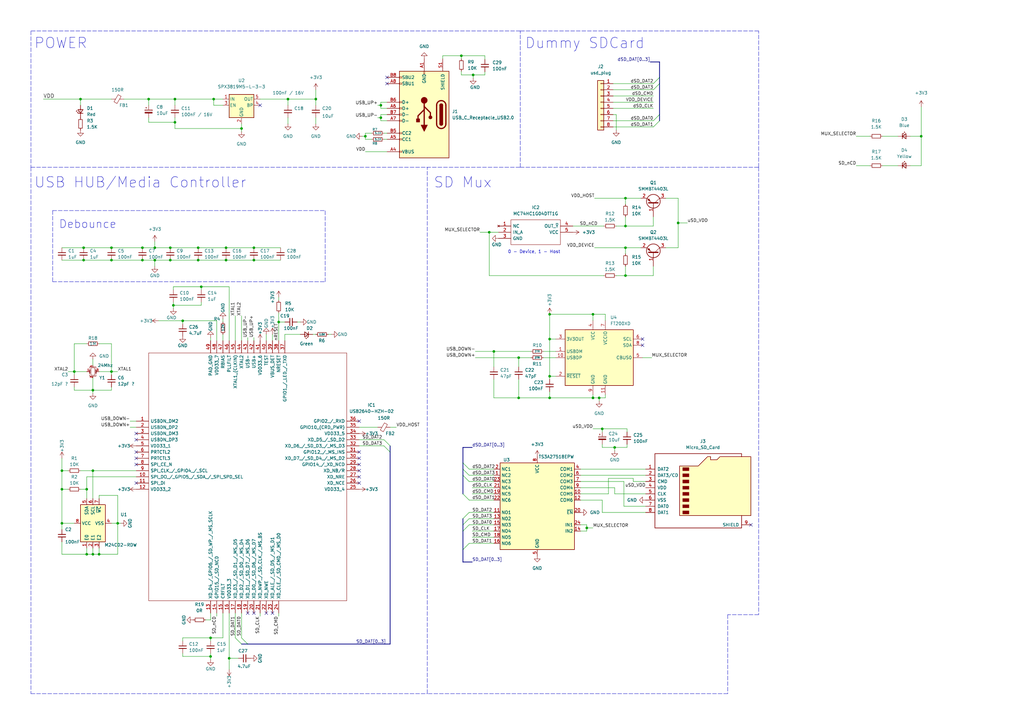
<source format=kicad_sch>
(kicad_sch (version 20211123) (generator eeschema)
  (paper "A3")
  (title_block (title "Badgerd - SDWireC") (date "2023-03-02") (rev "1.2") (company "Badgerd Technologies B.V.") (comment 1 "Talha Can Havadar"))
  (junction (at 256.54 101.6))
  (junction (at 35.56 200.66))
  (junction (at 58.42 106.68))
  (junction (at 225.425 163.195))
  (junction (at 104.14 101.6))
  (junction (at 25.4 200.66))
  (junction (at 30.48 152.4))
  (junction (at 189.23 22.86))
  (junction (at 86.36 261.62))
  (junction (at 81.28 106.68))
  (junction (at 69.85 101.6))
  (junction (at 129.54 40.64))
  (junction (at 243.205 128.905))
  (junction (at 38.1 193.04))
  (junction (at 114.3 132.08))
  (junction (at 225.425 128.905))
  (junction (at 63.5 101.6))
  (junction (at 256.54 81.28))
  (junction (at 240.665 216.535))
  (junction (at 118.11 40.64))
  (junction (at 92.71 101.6))
  (junction (at 25.4 214.63))
  (junction (at 71.755 50.165))
  (junction (at 92.71 106.68))
  (junction (at 245.745 163.195))
  (junction (at 225.425 154.305))
  (junction (at 69.85 106.68))
  (junction (at 256.54 113.03))
  (junction (at 200.66 95.25))
  (junction (at 35.56 227.33))
  (junction (at 45.72 106.68))
  (junction (at 256.54 92.71))
  (junction (at 63.5 106.68))
  (junction (at 99.06 52.705))
  (junction (at 202.565 144.145))
  (junction (at 104.14 106.68))
  (junction (at 45.72 101.6))
  (junction (at 25.4 193.04))
  (junction (at 48.26 214.63))
  (junction (at 81.28 101.6))
  (junction (at 40.64 227.33))
  (junction (at 247.015 175.895))
  (junction (at 194.056 30.734))
  (junction (at 71.12 125.222))
  (junction (at 58.42 101.6))
  (junction (at 278.13 91.44))
  (junction (at 34.29 106.68))
  (junction (at 74.93 131.572))
  (junction (at 38.1 160.02))
  (junction (at 87.63 40.64))
  (junction (at 71.755 40.64))
  (junction (at 243.205 163.195))
  (junction (at 60.96 40.64))
  (junction (at 86.36 269.24))
  (junction (at 34.29 101.6))
  (junction (at 212.725 163.195))
  (junction (at 93.98 270.002))
  (junction (at 45.72 152.4))
  (junction (at 252.095 183.515))
  (junction (at 149.86 55.88))
  (junction (at 156.21 48.26))
  (junction (at 156.21 43.18))
  (junction (at 38.1 227.33))
  (junction (at 225.425 139.065))
  (junction (at 33.02 40.64))
  (junction (at 377.825 55.88))
  (junction (at 82.55 117.602))
  (junction (at 212.725 146.685))
  (no_connect (at 263.525 139.065))
  (no_connect (at 55.88 198.12))
  (no_connect (at 147.32 195.58))
  (no_connect (at 147.32 193.04))
  (no_connect (at 106.68 43.18))
  (no_connect (at 158.75 34.29))
  (no_connect (at 55.88 177.8))
  (no_connect (at 111.76 251.46))
  (no_connect (at 55.88 180.34))
  (no_connect (at 147.32 198.12))
  (no_connect (at 109.22 251.46))
  (no_connect (at 307.975 215.265))
  (no_connect (at 55.88 190.5))
  (no_connect (at 147.32 187.96))
  (no_connect (at 55.88 185.42))
  (no_connect (at 147.32 190.5))
  (no_connect (at 263.525 141.605))
  (no_connect (at 55.88 187.96))
  (no_connect (at 104.14 251.46))
  (no_connect (at 101.6 251.46))
  (no_connect (at 147.32 185.42))
  (no_connect (at 158.75 31.75))
  (no_connect (at 147.32 172.72))
  (bus_entry (at 189.865 192.405) (size 2.54 2.54))
  (bus_entry (at 267.97 49.53) (size 2.54 -2.54))
  (bus_entry (at 267.97 34.29) (size 2.54 -2.54))
  (bus_entry (at 189.865 189.865) (size 2.54 2.54))
  (bus_entry (at 267.97 36.83) (size 2.54 -2.54))
  (bus_entry (at 189.865 212.725) (size 2.54 -2.54))
  (bus_entry (at 189.865 194.945) (size 2.54 2.54))
  (bus_entry (at 96.52 261.62) (size 2.54 2.54))
  (bus_entry (at 157.48 182.88) (size 2.54 2.54))
  (bus_entry (at 157.48 180.34) (size 2.54 2.54))
  (bus_entry (at 189.865 225.425) (size 2.54 -2.54))
  (bus_entry (at 99.06 261.62) (size 2.54 2.54))
  (bus_entry (at 267.97 52.07) (size 2.54 -2.54))
  (bus_entry (at 189.865 217.805) (size 2.54 -2.54))
  (bus_entry (at 189.865 215.265) (size 2.54 -2.54))
  (bus_entry (at 189.865 202.565) (size 2.54 2.54))
  (wire (pts (xy 81.28 101.6) (xy 92.71 101.6)))
  (polyline (pts (xy 21.59 115.57) (xy 133.35 115.57)))
  (wire (pts (xy 87.63 43.18) (xy 91.44 43.18)))
  (wire (pts (xy 245.745 163.195) (xy 243.205 163.195)))
  (wire (pts (xy 189.23 24.13) (xy 189.23 22.86)))
  (wire (pts (xy 99.06 52.705) (xy 71.755 52.705)))
  (wire (pts (xy 256.54 92.71) (xy 267.97 92.71)))
  (wire (pts (xy 256.54 101.6) (xy 262.89 101.6)))
  (wire (pts (xy 58.42 101.6) (xy 63.5 101.6)))
  (wire (pts (xy 96.52 129.54) (xy 96.52 139.7)))
  (bus (pts (xy 99.06 264.16) (xy 101.6 264.16)))
  (wire (pts (xy 278.13 91.44) (xy 281.94 91.44)))
  (wire (pts (xy 30.48 140.97) (xy 35.56 140.97)))
  (wire (pts (xy 202.565 163.195) (xy 212.725 163.195)))
  (wire (pts (xy 35.56 227.33) (xy 38.1 227.33)))
  (wire (pts (xy 192.405 210.185) (xy 202.565 210.185)))
  (wire (pts (xy 50.8 40.64) (xy 60.96 40.64)))
  (wire (pts (xy 109.22 137.16) (xy 109.22 139.7)))
  (wire (pts (xy 30.48 152.4) (xy 30.48 140.97)))
  (polyline (pts (xy 311.15 68.58) (xy 311.15 12.7)))
  (polyline (pts (xy 311.15 68.58) (xy 311.15 252.095)))
  (wire (pts (xy 71.12 123.952) (xy 71.12 125.222)))
  (polyline (pts (xy 298.45 284.48) (xy 175.26 284.48)))
  (wire (pts (xy 278.13 101.6) (xy 273.05 101.6)))
  (polyline (pts (xy 298.45 252.095) (xy 298.45 284.48)))
  (wire (pts (xy 147.32 175.26) (xy 154.94 175.26)))
  (wire (pts (xy 245.745 163.195) (xy 248.285 163.195)))
  (polyline (pts (xy 133.35 115.57) (xy 133.35 86.36)))
  (wire (pts (xy 251.46 36.83) (xy 267.97 36.83)))
  (wire (pts (xy 86.36 254.254) (xy 86.36 251.46)))
  (wire (pts (xy 247.015 205.105) (xy 247.015 210.185)))
  (bus (pts (xy 101.6 264.16) (xy 160.02 264.16)))
  (wire (pts (xy 255.905 197.485) (xy 255.905 207.645)))
  (wire (pts (xy 35.56 152.4) (xy 30.48 152.4)))
  (wire (pts (xy 30.48 152.4) (xy 30.48 153.67)))
  (wire (pts (xy 63.5 106.68) (xy 63.5 109.22)))
  (wire (pts (xy 55.88 195.58) (xy 35.56 195.58)))
  (wire (pts (xy 252.73 113.03) (xy 256.54 113.03)))
  (wire (pts (xy 129.54 40.64) (xy 129.54 43.18)))
  (wire (pts (xy 25.4 193.04) (xy 27.94 193.04)))
  (wire (pts (xy 256.54 88.9) (xy 256.54 92.71)))
  (wire (pts (xy 149.86 55.88) (xy 149.86 57.15)))
  (wire (pts (xy 255.905 207.645) (xy 264.795 207.645)))
  (wire (pts (xy 53.34 172.72) (xy 55.88 172.72)))
  (wire (pts (xy 48.26 214.63) (xy 45.72 214.63)))
  (wire (pts (xy 147.32 182.88) (xy 157.48 182.88)))
  (wire (pts (xy 238.125 194.945) (xy 264.795 194.945)))
  (wire (pts (xy 252.095 202.565) (xy 264.795 202.565)))
  (wire (pts (xy 30.48 214.63) (xy 25.4 214.63)))
  (wire (pts (xy 129.54 36.83) (xy 129.54 40.64)))
  (wire (pts (xy 86.36 261.62) (xy 86.36 262.89)))
  (wire (pts (xy 377.825 67.945) (xy 373.38 67.945)))
  (wire (pts (xy 252.73 46.99) (xy 252.73 53.34)))
  (wire (pts (xy 114.3 121.92) (xy 114.3 123.19)))
  (wire (pts (xy 104.14 138.43) (xy 104.14 139.7)))
  (wire (pts (xy 38.1 193.04) (xy 55.88 193.04)))
  (wire (pts (xy 40.64 224.79) (xy 40.64 227.33)))
  (wire (pts (xy 240.665 217.805) (xy 240.665 216.535)))
  (wire (pts (xy 156.21 44.45) (xy 158.75 44.45)))
  (wire (pts (xy 35.56 200.66) (xy 33.02 200.66)))
  (wire (pts (xy 238.125 192.405) (xy 264.795 192.405)))
  (wire (pts (xy 160.02 175.26) (xy 162.56 175.26)))
  (bus (pts (xy 270.51 46.99) (xy 270.51 49.53)))
  (bus (pts (xy 189.865 202.565) (xy 189.865 194.945)))
  (wire (pts (xy 48.26 203.2) (xy 40.64 203.2)))
  (wire (pts (xy 193.675 202.565) (xy 202.565 202.565)))
  (wire (pts (xy 40.64 140.97) (xy 45.72 140.97)))
  (wire (pts (xy 256.54 113.03) (xy 267.97 113.03)))
  (wire (pts (xy 181.61 22.86) (xy 181.61 24.13)))
  (wire (pts (xy 192.405 222.885) (xy 202.565 222.885)))
  (wire (pts (xy 25.4 214.63) (xy 25.4 217.17)))
  (wire (pts (xy 34.29 106.68) (xy 45.72 106.68)))
  (wire (pts (xy 25.4 106.68) (xy 34.29 106.68)))
  (wire (pts (xy 91.44 137.16) (xy 91.44 139.7)))
  (wire (pts (xy 212.725 146.685) (xy 217.805 146.685)))
  (wire (pts (xy 156.21 48.26) (xy 156.21 49.53)))
  (wire (pts (xy 82.55 117.602) (xy 71.12 117.602)))
  (bus (pts (xy 160.02 182.88) (xy 160.02 185.42)))
  (wire (pts (xy 58.42 106.68) (xy 63.5 106.68)))
  (wire (pts (xy 243.84 101.6) (xy 256.54 101.6)))
  (wire (pts (xy 129.54 48.26) (xy 129.54 50.8)))
  (wire (pts (xy 225.425 128.905) (xy 225.425 139.065)))
  (wire (pts (xy 267.97 113.03) (xy 267.97 109.22)))
  (wire (pts (xy 157.48 57.15) (xy 158.75 57.15)))
  (wire (pts (xy 99.06 50.8) (xy 99.06 52.705)))
  (wire (pts (xy 30.48 158.75) (xy 30.48 160.02)))
  (wire (pts (xy 192.405 215.265) (xy 202.565 215.265)))
  (wire (pts (xy 99.06 52.705) (xy 99.06 53.975)))
  (polyline (pts (xy 21.59 86.36) (xy 21.59 115.57)))
  (wire (pts (xy 373.38 55.88) (xy 377.825 55.88)))
  (wire (pts (xy 240.665 215.265) (xy 238.125 215.265)))
  (wire (pts (xy 377.825 43.815) (xy 377.825 55.88)))
  (wire (pts (xy 238.125 200.025) (xy 252.095 200.025)))
  (wire (pts (xy 278.13 91.44) (xy 278.13 101.6)))
  (wire (pts (xy 48.26 214.63) (xy 48.26 203.2)))
  (wire (pts (xy 351.155 67.945) (xy 356.87 67.945)))
  (wire (pts (xy 152.4 54.61) (xy 149.86 54.61)))
  (wire (pts (xy 193.675 200.025) (xy 202.565 200.025)))
  (bus (pts (xy 189.865 189.865) (xy 189.865 183.515)))
  (wire (pts (xy 158.75 46.99) (xy 156.21 46.99)))
  (wire (pts (xy 247.015 182.245) (xy 247.015 183.515)))
  (wire (pts (xy 96.52 251.46) (xy 96.52 261.62)))
  (polyline (pts (xy 175.26 284.48) (xy 175.26 68.58)))
  (wire (pts (xy 189.23 30.734) (xy 189.23 29.21)))
  (wire (pts (xy 193.675 220.345) (xy 202.565 220.345)))
  (wire (pts (xy 45.72 101.6) (xy 58.42 101.6)))
  (wire (pts (xy 38.1 224.79) (xy 38.1 227.33)))
  (wire (pts (xy 25.4 200.66) (xy 25.4 214.63)))
  (wire (pts (xy 149.86 54.61) (xy 149.86 55.88)))
  (wire (pts (xy 156.21 43.18) (xy 156.21 44.45)))
  (wire (pts (xy 93.98 251.46) (xy 93.98 270.002)))
  (wire (pts (xy 25.4 193.04) (xy 25.4 200.66)))
  (wire (pts (xy 74.93 267.97) (xy 74.93 269.24)))
  (wire (pts (xy 118.11 40.64) (xy 129.54 40.64)))
  (wire (pts (xy 222.885 146.685) (xy 227.965 146.685)))
  (wire (pts (xy 243.205 131.445) (xy 243.205 128.905)))
  (wire (pts (xy 238.125 202.565) (xy 249.555 202.565)))
  (wire (pts (xy 104.14 101.6) (xy 115.062 101.6)))
  (wire (pts (xy 200.66 95.25) (xy 204.47 95.25)))
  (wire (pts (xy 38.1 147.32) (xy 38.1 149.86)))
  (wire (pts (xy 82.55 125.222) (xy 82.55 123.952)))
  (wire (pts (xy 106.68 40.64) (xy 118.11 40.64)))
  (wire (pts (xy 33.02 40.64) (xy 45.72 40.64)))
  (wire (pts (xy 263.525 146.685) (xy 267.335 146.685)))
  (wire (pts (xy 247.015 175.895) (xy 247.015 177.165)))
  (polyline (pts (xy 213.36 68.58) (xy 213.36 12.7)))
  (wire (pts (xy 74.93 131.572) (xy 65.024 131.572)))
  (wire (pts (xy 118.11 40.64) (xy 118.11 43.18)))
  (wire (pts (xy 196.85 95.25) (xy 200.66 95.25)))
  (wire (pts (xy 27.94 152.4) (xy 30.48 152.4)))
  (wire (pts (xy 192.405 197.485) (xy 202.565 197.485)))
  (wire (pts (xy 202.565 144.145) (xy 202.565 150.495)))
  (bus (pts (xy 160.02 185.42) (xy 160.02 264.16)))
  (wire (pts (xy 240.665 216.535) (xy 240.665 215.265)))
  (wire (pts (xy 243.205 163.195) (xy 225.425 163.195)))
  (wire (pts (xy 361.95 55.88) (xy 368.3 55.88)))
  (wire (pts (xy 82.55 117.602) (xy 82.55 118.872)))
  (wire (pts (xy 247.65 113.03) (xy 200.66 113.03)))
  (wire (pts (xy 45.72 158.75) (xy 45.72 160.02)))
  (wire (pts (xy 81.28 106.68) (xy 92.71 106.68)))
  (wire (pts (xy 45.72 152.4) (xy 48.26 152.4)))
  (wire (pts (xy 60.96 40.64) (xy 71.755 40.64)))
  (wire (pts (xy 71.755 40.64) (xy 87.63 40.64)))
  (wire (pts (xy 251.46 39.37) (xy 267.97 39.37)))
  (wire (pts (xy 225.425 160.655) (xy 225.425 163.195)))
  (wire (pts (xy 149.86 57.15) (xy 152.4 57.15)))
  (wire (pts (xy 71.12 125.222) (xy 82.55 125.222)))
  (wire (pts (xy 97.79 270.002) (xy 93.98 270.002)))
  (wire (pts (xy 38.1 227.33) (xy 40.64 227.33)))
  (bus (pts (xy 270.51 31.75) (xy 270.51 34.29)))
  (wire (pts (xy 257.175 175.895) (xy 257.175 177.165)))
  (wire (pts (xy 248.285 163.195) (xy 248.285 161.925)))
  (wire (pts (xy 87.63 43.18) (xy 87.63 40.64)))
  (wire (pts (xy 192.405 205.105) (xy 202.565 205.105)))
  (wire (pts (xy 134.62 137.16) (xy 135.89 137.16)))
  (wire (pts (xy 249.555 202.565) (xy 249.555 196.215)))
  (wire (pts (xy 158.75 41.91) (xy 156.21 41.91)))
  (wire (pts (xy 148.59 55.88) (xy 149.86 55.88)))
  (polyline (pts (xy 12.7 68.58) (xy 12.7 284.48)))
  (wire (pts (xy 243.205 175.895) (xy 247.015 175.895)))
  (wire (pts (xy 251.46 41.91) (xy 267.97 41.91)))
  (wire (pts (xy 351.155 55.88) (xy 356.87 55.88)))
  (wire (pts (xy 149.86 62.23) (xy 158.75 62.23)))
  (wire (pts (xy 34.29 101.6) (xy 45.72 101.6)))
  (wire (pts (xy 116.84 132.08) (xy 114.3 132.08)))
  (wire (pts (xy 86.36 269.24) (xy 86.36 267.97)))
  (wire (pts (xy 35.56 224.79) (xy 35.56 227.33)))
  (wire (pts (xy 249.555 196.215) (xy 259.715 196.215)))
  (wire (pts (xy 63.5 106.68) (xy 69.85 106.68)))
  (polyline (pts (xy 12.7 12.7) (xy 12.7 68.58)))
  (wire (pts (xy 256.54 101.6) (xy 256.54 104.14)))
  (wire (pts (xy 245.745 164.465) (xy 245.745 163.195)))
  (wire (pts (xy 25.4 200.66) (xy 27.94 200.66)))
  (wire (pts (xy 377.825 55.88) (xy 377.825 67.945)))
  (wire (pts (xy 60.96 48.26) (xy 60.96 50.165)))
  (wire (pts (xy 256.54 81.28) (xy 262.89 81.28)))
  (wire (pts (xy 192.405 194.945) (xy 202.565 194.945)))
  (wire (pts (xy 45.72 152.4) (xy 40.64 152.4)))
  (wire (pts (xy 248.285 131.445) (xy 248.285 128.905)))
  (polyline (pts (xy 12.7 68.58) (xy 213.36 68.58)))
  (wire (pts (xy 257.175 183.515) (xy 257.175 182.245)))
  (wire (pts (xy 256.54 81.28) (xy 256.54 83.82)))
  (wire (pts (xy 193.675 217.805) (xy 202.565 217.805)))
  (wire (pts (xy 252.095 183.515) (xy 257.175 183.515)))
  (wire (pts (xy 25.4 227.33) (xy 35.56 227.33)))
  (wire (pts (xy 91.44 251.46) (xy 91.44 261.62)))
  (wire (pts (xy 259.715 196.215) (xy 259.715 197.485)))
  (wire (pts (xy 194.945 146.685) (xy 212.725 146.685)))
  (wire (pts (xy 189.23 22.86) (xy 181.61 22.86)))
  (wire (pts (xy 63.5 101.6) (xy 69.85 101.6)))
  (wire (pts (xy 225.425 139.065) (xy 227.965 139.065)))
  (wire (pts (xy 25.4 222.25) (xy 25.4 227.33)))
  (wire (pts (xy 238.125 197.485) (xy 255.905 197.485)))
  (wire (pts (xy 251.46 44.45) (xy 267.97 44.45)))
  (wire (pts (xy 128.27 137.16) (xy 129.54 137.16)))
  (bus (pts (xy 189.865 192.405) (xy 189.865 189.865)))
  (wire (pts (xy 267.97 34.29) (xy 251.46 34.29)))
  (wire (pts (xy 60.96 50.165) (xy 71.755 50.165)))
  (wire (pts (xy 93.98 117.602) (xy 82.55 117.602)))
  (wire (pts (xy 92.71 106.68) (xy 104.14 106.68)))
  (wire (pts (xy 87.63 40.64) (xy 91.44 40.64)))
  (wire (pts (xy 198.882 30.734) (xy 198.882 29.464)))
  (wire (pts (xy 251.46 49.53) (xy 267.97 49.53)))
  (wire (pts (xy 156.21 41.91) (xy 156.21 43.18)))
  (wire (pts (xy 45.72 106.68) (xy 58.42 106.68)))
  (wire (pts (xy 251.46 46.99) (xy 252.73 46.99)))
  (bus (pts (xy 189.865 194.945) (xy 189.865 192.405)))
  (bus (pts (xy 189.865 183.515) (xy 193.675 183.515)))
  (wire (pts (xy 247.015 210.185) (xy 264.795 210.185)))
  (wire (pts (xy 278.13 81.28) (xy 278.13 91.44)))
  (wire (pts (xy 84.328 254.254) (xy 86.36 254.254)))
  (wire (pts (xy 38.1 160.02) (xy 38.1 161.29)))
  (wire (pts (xy 252.73 92.71) (xy 256.54 92.71)))
  (wire (pts (xy 74.93 261.62) (xy 74.93 262.89)))
  (wire (pts (xy 147.32 180.34) (xy 157.48 180.34)))
  (wire (pts (xy 88.9 131.572) (xy 74.93 131.572)))
  (wire (pts (xy 86.36 261.62) (xy 91.44 261.62)))
  (wire (pts (xy 25.4 187.96) (xy 25.4 193.04)))
  (wire (pts (xy 71.755 50.165) (xy 71.755 48.26)))
  (wire (pts (xy 104.14 106.68) (xy 115.062 106.68)))
  (wire (pts (xy 252.095 183.515) (xy 252.095 184.785)))
  (wire (pts (xy 93.98 139.7) (xy 93.98 117.602)))
  (wire (pts (xy 212.725 150.495) (xy 212.725 146.685)))
  (wire (pts (xy 71.755 40.64) (xy 71.755 43.18)))
  (wire (pts (xy 238.125 217.805) (xy 240.665 217.805)))
  (bus (pts (xy 189.865 225.425) (xy 189.865 230.505)))
  (wire (pts (xy 121.92 132.08) (xy 123.19 132.08)))
  (wire (pts (xy 71.12 125.222) (xy 71.12 126.492)))
  (bus (pts (xy 189.865 212.725) (xy 189.865 215.265)))
  (wire (pts (xy 225.425 154.305) (xy 225.425 155.575)))
  (wire (pts (xy 243.205 216.535) (xy 240.665 216.535)))
  (wire (pts (xy 200.66 113.03) (xy 200.66 95.25)))
  (wire (pts (xy 71.12 117.602) (xy 71.12 118.872)))
  (wire (pts (xy 243.205 163.195) (xy 243.205 161.925)))
  (wire (pts (xy 35.56 204.47) (xy 35.56 200.66)))
  (wire (pts (xy 88.9 251.46) (xy 88.9 252.73)))
  (wire (pts (xy 86.36 261.62) (xy 74.93 261.62)))
  (wire (pts (xy 40.64 227.33) (xy 48.26 227.33)))
  (wire (pts (xy 116.84 137.16) (xy 123.19 137.16)))
  (polyline (pts (xy 213.36 12.7) (xy 12.7 12.7)))
  (wire (pts (xy 247.015 175.895) (xy 257.175 175.895)))
  (wire (pts (xy 198.882 24.384) (xy 198.882 22.86)))
  (wire (pts (xy 194.056 30.734) (xy 189.23 30.734)))
  (wire (pts (xy 267.97 92.71) (xy 267.97 88.9)))
  (wire (pts (xy 114.3 251.46) (xy 114.3 252.73)))
  (wire (pts (xy 63.5 99.06) (xy 63.5 101.6)))
  (wire (pts (xy 99.06 129.54) (xy 99.06 139.7)))
  (wire (pts (xy 45.72 152.4) (xy 45.72 153.67)))
  (wire (pts (xy 192.405 212.725) (xy 202.565 212.725)))
  (wire (pts (xy 86.36 269.24) (xy 86.36 270.51)))
  (bus (pts (xy 189.865 215.265) (xy 189.865 217.805)))
  (wire (pts (xy 247.015 183.515) (xy 252.095 183.515)))
  (wire (pts (xy 243.84 81.28) (xy 256.54 81.28)))
  (polyline (pts (xy 213.36 68.58) (xy 311.15 68.58)))
  (wire (pts (xy 45.72 160.02) (xy 38.1 160.02)))
  (wire (pts (xy 248.285 128.905) (xy 243.205 128.905)))
  (wire (pts (xy 157.48 54.61) (xy 158.75 54.61)))
  (wire (pts (xy 33.02 193.04) (xy 38.1 193.04)))
  (wire (pts (xy 35.56 195.58) (xy 35.56 200.66)))
  (wire (pts (xy 69.85 101.6) (xy 81.28 101.6)))
  (wire (pts (xy 101.6 138.43) (xy 101.6 139.7)))
  (wire (pts (xy 194.945 144.145) (xy 202.565 144.145)))
  (wire (pts (xy 17.78 40.64) (xy 33.02 40.64)))
  (wire (pts (xy 251.46 52.07) (xy 267.97 52.07)))
  (wire (pts (xy 33.02 40.64) (xy 33.02 43.18)))
  (wire (pts (xy 225.425 154.305) (xy 225.425 139.065)))
  (wire (pts (xy 106.68 251.46) (xy 106.68 252.73)))
  (wire (pts (xy 114.3 132.08) (xy 114.3 139.7)))
  (wire (pts (xy 234.95 92.71) (xy 247.65 92.71)))
  (polyline (pts (xy 12.7 284.48) (xy 175.26 284.48)))
  (wire (pts (xy 69.85 106.68) (xy 81.28 106.68)))
  (wire (pts (xy 192.405 192.405) (xy 202.565 192.405)))
  (wire (pts (xy 259.715 197.485) (xy 264.795 197.485)))
  (wire (pts (xy 202.565 155.575) (xy 202.565 163.195)))
  (bus (pts (xy 189.865 230.505) (xy 193.675 230.505)))
  (wire (pts (xy 91.44 130.81) (xy 91.44 132.08)))
  (wire (pts (xy 154.94 48.26) (xy 156.21 48.26)))
  (wire (pts (xy 74.93 131.572) (xy 74.93 132.842)))
  (bus (pts (xy 189.865 217.805) (xy 189.865 225.425)))
  (wire (pts (xy 38.1 154.94) (xy 38.1 160.02)))
  (polyline (pts (xy 311.15 252.095) (xy 298.45 252.095)))
  (wire (pts (xy 156.21 46.99) (xy 156.21 48.26)))
  (wire (pts (xy 40.64 203.2) (xy 40.64 204.47)))
  (wire (pts (xy 118.11 48.26) (xy 118.11 50.8)))
  (wire (pts (xy 225.425 163.195) (xy 212.725 163.195)))
  (wire (pts (xy 227.965 154.305) (xy 225.425 154.305)))
  (wire (pts (xy 92.71 101.6) (xy 104.14 101.6)))
  (wire (pts (xy 48.26 214.63) (xy 48.26 227.33)))
  (wire (pts (xy 116.84 139.7) (xy 116.84 137.16)))
  (wire (pts (xy 252.095 200.025) (xy 252.095 202.565)))
  (wire (pts (xy 194.056 30.734) (xy 198.882 30.734)))
  (wire (pts (xy 38.1 193.04) (xy 38.1 204.47)))
  (wire (pts (xy 222.885 144.145) (xy 227.965 144.145)))
  (wire (pts (xy 114.3 132.08) (xy 114.3 128.27)))
  (wire (pts (xy 243.205 128.905) (xy 225.425 128.905)))
  (bus (pts (xy 270.51 25.4) (xy 266.7 25.4)))
  (wire (pts (xy 71.755 52.705) (xy 71.755 50.165)))
  (wire (pts (xy 45.72 140.97) (xy 45.72 152.4)))
  (wire (pts (xy 256.54 109.22) (xy 256.54 113.03)))
  (wire (pts (xy 53.34 175.26) (xy 55.88 175.26)))
  (wire (pts (xy 88.9 139.7) (xy 88.9 131.572)))
  (polyline (pts (xy 311.15 12.7) (xy 213.36 12.7)))
  (wire (pts (xy 154.94 43.18) (xy 156.21 43.18)))
  (wire (pts (xy 25.4 101.6) (xy 34.29 101.6)))
  (wire (pts (xy 238.125 205.105) (xy 247.015 205.105)))
  (wire (pts (xy 212.725 163.195) (xy 212.725 155.575)))
  (wire (pts (xy 273.05 81.28) (xy 278.13 81.28)))
  (wire (pts (xy 60.96 40.64) (xy 60.96 43.18)))
  (wire (pts (xy 111.76 137.16) (xy 111.76 139.7)))
  (wire (pts (xy 198.882 22.86) (xy 189.23 22.86)))
  (wire (pts (xy 99.06 251.46) (xy 99.06 261.62)))
  (wire (pts (xy 156.21 49.53) (xy 158.75 49.53)))
  (wire (pts (xy 74.93 269.24) (xy 86.36 269.24)))
  (polyline (pts (xy 21.59 86.36) (xy 133.35 86.36)))
  (wire (pts (xy 194.056 32.004) (xy 194.056 30.734)))
  (wire (pts (xy 30.48 160.02) (xy 38.1 160.02)))
  (wire (pts (xy 361.95 67.945) (xy 368.3 67.945)))
  (wire (pts (xy 93.98 270.002) (xy 93.98 274.574)))
  (bus (pts (xy 270.51 31.75) (xy 270.51 25.4)))
  (wire (pts (xy 48.26 214.63) (xy 49.53 214.63)))
  (bus (pts (xy 270.51 34.29) (xy 270.51 46.99)))
  (wire (pts (xy 217.805 144.145) (xy 202.565 144.145)))
  (wire (pts (xy 86.36 138.43) (xy 86.36 139.7)))
  (text "0 - Device, 1 - Host" (at 208.28 104.14 0) (effects (font (size 1.27 1.27)) (justify left bottom)))
  (text "POWER" (at 13.97 20.32 0) (effects (font (size 4.27 4.27)) (justify left bottom)))
  (text "SD Mux" (at 177.8 77.47 0) (effects (font (size 4.27 4.27)) (justify left bottom)))
  (text "USB HUB/Media Controller" (at 13.97 77.47 0) (effects (font (size 4.27 4.27)) (justify left bottom)))
  (text "Dummy SDCard" (at 215.265 20.32 0) (effects (font (size 4.27 4.27)) (justify left bottom)))
  (text "Debounce" (at 24.13 93.98 0) (effects (font (size 3.27 3.27)) (justify left bottom)))
  (label "SD_DAT[0..3]" (at 146.05 264.16 0))
  (label "dSD_DAT2" (at 193.675 192.405 0))
  (label "MUX_SELECTOR" (at 243.205 216.535 0))
  (label "dSD_DAT3" (at 267.97 36.83 180))
  (label "VDD_DEVICE" (at 267.97 41.91 180))
  (label "SD_CLK" (at 193.675 217.805 0))
  (label "SD_DAT1" (at 193.675 222.885 0))
  (label "SD_CMD" (at 114.3 252.73 270))
  (label "MUX_SELECTOR" (at 196.85 95.25 180))
  (label "uSD_VDD" (at 264.795 200.025 180))
  (label "MUX_SELECTOR" (at 267.335 146.685 0))
  (label "dSD_CLK" (at 267.97 44.45 180))
  (label "dSD_DAT3" (at 193.675 194.945 0))
  (label "XTAL1" (at 96.52 129.54 90))
  (label "uSD_VDD" (at 281.94 91.44 0))
  (label "SD_CLK" (at 106.68 252.73 270))
  (label "USB_UP-" (at 101.6 138.43 90))
  (label "SD_DAT3" (at 193.675 212.725 0))
  (label "SD_DAT2" (at 148.59 180.34 0))
  (label "XTAL2" (at 99.06 129.54 90))
  (label "dSD_DAT[0..3]" (at 193.675 183.515 0))
  (label "USB_UP+" (at 154.94 43.18 180))
  (label "VDD_DEVICE" (at 243.84 101.6 180))
  (label "SD_DAT[0..3]" (at 193.675 230.505 0))
  (label "dSD_DAT0" (at 193.675 197.485 0))
  (label "SD_nCD" (at 245.11 92.71 180))
  (label "SD_DAT0" (at 99.06 252.73 270))
  (label "SD_DAT0" (at 193.675 215.265 0))
  (label "dSD_DAT1" (at 267.97 52.07 180))
  (label "XTAL2" (at 27.94 152.4 180))
  (label "VDD_HOST" (at 162.56 175.26 0))
  (label "nRESET" (at 114.3 139.7 90))
  (label "USB_DOWN-" (at 53.34 172.72 180))
  (label "VDD" (at 149.86 62.23 180))
  (label "SD_nCD" (at 88.9 252.73 270))
  (label "SD_nCD" (at 351.155 67.945 180))
  (label "SD_DAT2" (at 193.675 210.185 0))
  (label "VDD" (at 17.78 40.64 0) (effects (font (size 1.524 1.524))))
  (label "dSD_DAT2" (at 267.97 34.29 180))
  (label "SD_CMD" (at 193.675 220.345 0))
  (label "dSD_DAT1" (at 193.675 205.105 0))
  (label "dSD_DAT[0..3]" (at 266.7 25.4 180))
  (label "MUX_SELECTOR" (at 351.155 55.88 180))
  (label "dSD_CMD" (at 267.97 39.37 180))
  (label "USB_DOWN+" (at 194.945 146.685 180))
  (label "dSD_DAT0" (at 267.97 49.53 180))
  (label "VDD_HOST" (at 243.84 81.28 180))
  (label "SD_DAT1" (at 96.52 252.73 270))
  (label "SD_DAT3" (at 148.59 182.88 0))
  (label "USB_DOWN+" (at 53.34 175.26 180))
  (label "XTAL1" (at 48.26 152.4 0))
  (label "dSD_CMD" (at 193.675 202.565 0))
  (label "USB_UP-" (at 154.94 48.26 180))
  (label "uSD_VDD" (at 243.205 175.895 180))
  (label "USB_UP+" (at 104.14 138.43 90))
  (label "USB_DOWN-" (at 194.945 144.145 180))
  (label "dSD_CLK" (at 193.675 200.025 0))
  (symbol (lib_id "Device:C_Small") (at 71.755 45.72 0) (unit 1)
    (property "Reference" "C11" (at 74.295 44.4562 0) (effects (justify left)))
    (property "Value" "100nF / 16V" (at 74.295 46.9962 0) (effects (justify left)))
    (property "Footprint" "Capacitor_SMD:C_0402_1005Metric" (effects hide))
    (property "JLC" "0402" (effects hide))
  )
  (symbol (lib_id "Device:C_Small") (at 86.36 265.43 0) (unit 1)
    (property "Reference" "C15" (at 88.9 264.1662 0) (effects (justify left)))
    (property "Value" "1uF" (at 88.9 266.7062 0) (effects (justify left)))
    (property "Footprint" "Capacitor_SMD:C_0603_1608Metric" (effects hide))
    (property "JLC" "0603" (effects hide))
  )
  (symbol (lib_id "power:+3V3") (at 111.76 137.16 0) (unit 1)
    (property "Reference" "#PWR019" (effects hide))
    (property "Value" "+3V3" (at 111.76 132.08 90))
  )
  (symbol (lib_id "Device:R_Small") (at 33.02 50.8 0) (unit 1)
    (property "Reference" "R3" (at 35.56 49.5299 0) (effects (justify left)))
    (property "Value" "1.5K" (at 35.56 52.0699 0) (effects (justify left)))
    (property "Footprint" "Resistor_SMD:R_0402_1005Metric" (effects hide))
    (property "JLC" "0402" (effects hide))
  )
  (symbol (lib_id "Device:C_Small") (at 34.29 104.14 0) (unit 1)
    (property "Reference" "C4" (at 36.83 102.8762 0) (effects (justify left)))
    (property "Value" "1uF" (at 36.83 105.4162 0) (effects (justify left)))
    (property "Footprint" "Capacitor_SMD:C_0603_1608Metric" (effects hide))
    (property "JLC" "0603" (effects hide))
  )
  (symbol (lib_id "Device:R_Small") (at 359.41 55.88 90) (unit 1)
    (property "Reference" "R16" (at 359.41 49.53 90))
    (property "Value" "1.5K" (at 359.41 52.07 90))
    (property "Footprint" "Resistor_SMD:R_0402_1005Metric" (effects hide))
    (property "JLC" "0402" (effects hide))
  )
  (symbol (lib_id "Connector:Micro_SD_Card") (at 287.655 200.025 0) (unit 1)
    (property "Reference" "J3" (at 288.29 180.975 0))
    (property "Value" "Micro_SD_Card" (at 288.29 183.515 0))
    (property "Footprint" "sdwirec:5031821852" (effects hide))
    (property "Datasheet" "http://katalog.we-online.de/em/datasheet/693072010801.pdf" (effects hide))
    (property "LCSC Part" "C587953" (effects hide))
  )
  (symbol (lib_id "Device:C_Polarized_Small") (at 60.96 45.72 0) (unit 1)
    (property "Reference" "C8" (at 64.135 43.9038 0) (effects (justify left)))
    (property "Value" "10uF" (at 64.135 46.4438 0) (effects (justify left)))
    (property "Footprint" "Capacitor_Tantalum_SMD:CP_EIA-3216-18_Kemet-A" (effects hide))
    (property "JLC" "CASE-A-3216" (effects hide))
  )
  (symbol (lib_id "Device:R_Small") (at 359.41 67.945 90) (unit 1)
    (property "Reference" "R17" (at 359.41 62.23 90))
    (property "Value" "1.5K" (at 359.41 64.77 90))
    (property "Footprint" "Resistor_SMD:R_0402_1005Metric" (effects hide))
    (property "JLC" "0402" (effects hide))
  )
  (symbol (lib_id "power:+3V3") (at 114.3 121.92 0) (unit 1)
    (property "Reference" "#PWR020" (effects hide))
    (property "Value" "+3V3" (at 111.76 121.92 90))
  )
  (symbol (lib_id "Device:R_Small") (at 91.44 134.62 0) (unit 1)
    (property "Reference" "R4" (at 87.63 130.81 0) (effects (justify left)))
    (property "Value" "12K" (at 91.44 135.89 90) (effects (font (size 1 1)) (justify left)))
    (property "Footprint" "Resistor_SMD:R_0402_1005Metric" (effects hide))
    (property "JLC" "0402" (effects hide))
  )
  (symbol (lib_id "power:GND") (at 109.22 137.16 180) (unit 1)
    (property "Reference" "#PWR018" (effects hide))
    (property "Value" "GND" (at 109.22 134.62 90) (effects (justify right)))
  )
  (symbol (lib_id "power:+3V3") (at 55.88 200.66 90) (unit 1)
    (property "Reference" "#PWR07" (effects hide))
    (property "Value" "+3V3" (at 50.8 200.66 90))
  )
  (symbol (lib_id "power:GND") (at 118.11 50.8 0) (unit 1)
    (property "Reference" "#PWR021" (effects hide))
    (property "Value" "GND" (at 118.11 55.88 0))
  )
  (symbol (lib_id "Analog_Switch:TS3A27518EPW") (at 220.345 207.645 0) (mirror y) (unit 1)
    (property "Reference" "U3" (at 206.375 188.595 0) (effects (justify right)))
    (property "Value" "TS3A27518EPW" (at 220.8656 187.325 0) (effects (justify right)))
    (property "Footprint" "Package_SO:TSSOP-24_4.4x7.8mm_P0.65mm" (effects hide))
    (property "Datasheet" "http://www.ti.com/lit/ds/symlink/ts3a27518e.pdf" (effects hide))
    (property "JLC" "TSSOP-24" (effects hide))
    (property "LCSC Part" "C443721" (effects hide))
  )
  (symbol (lib_id "Device:Crystal_GND24_Small") (at 38.1 152.4 0) (unit 1)
    (property "Reference" "Y1" (at 41.91 154.94 0))
    (property "Value" "24Mhz" (at 43.18 149.86 0))
    (property "Footprint" "Crystal:Crystal_SMD_3225-4Pin_3.2x2.5mm" (effects hide))
    (property "JLC" "SMD3225-4P" (effects hide))
  )
  (symbol (lib_id "Device:R_Small") (at 132.08 137.16 90) (unit 1)
    (property "Reference" "R6" (at 133.35 139.7 90) (effects (justify left)))
    (property "Value" "1.5K" (at 133.35 137.16 90) (effects (font (size 0.7 0.7)) (justify left)))
    (property "Footprint" "Resistor_SMD:R_0402_1005Metric" (effects hide))
    (property "JLC" "0402" (effects hide))
  )
  (symbol (lib_id "power:GND") (at 86.36 270.51 0) (unit 1)
    (property "Reference" "#PWR012" (effects hide))
    (property "Value" "GND" (at 86.36 274.32 0))
  )
  (symbol (lib_id "power:+3V3") (at 147.32 200.66 270) (unit 1)
    (property "Reference" "#PWR027" (effects hide))
    (property "Value" "+3V3" (at 152.4 200.66 90))
  )
  (symbol (lib_id "power:GND") (at 71.12 126.492 0) (unit 1)
    (property "Reference" "#PWR010" (effects hide))
    (property "Value" "GND" (at 72.39 130.302 0) (effects (justify right)))
  )
  (symbol (lib_id "power:+3V3") (at 55.88 182.88 90) (unit 1)
    (property "Reference" "#PWR06" (effects hide))
    (property "Value" "+3V3" (at 50.8 182.88 90))
  )
  (symbol (lib_id "Connector:USB_C_Receptacle_USB2.0") (at 173.99 46.99 180) (unit 1)
    (property "Reference" "J1" (at 185.42 45.7199 0) (effects (justify right)))
    (property "Value" "USB_C_Receptacle_USB2.0" (at 185.42 48.2599 0) (effects (justify right)))
    (property "Footprint" "Connector_USB:USB_C_Receptacle_GCT_USB4105-xx-A_16P_TopMnt_Horizontal" (effects hide))
    (property "Datasheet" "https://www.usb.org/sites/default/files/documents/usb_type-c.zip" (effects hide))
    (property "JLC" "SMD" (effects hide))
    (property "LCSC Part" "C668624" (effects hide))
  )
  (symbol (lib_id "power:+3V3") (at 147.32 177.8 270) (unit 1)
    (property "Reference" "#PWR026" (effects hide))
    (property "Value" "+3V3" (at 152.4 177.8 90))
  )
  (symbol (lib_id "Regulator_Linear:SPX3819M5-L-3-3") (at 99.06 43.18 0) (unit 1)
    (property "Reference" "U2" (at 99.06 33.02 0))
    (property "Value" "SPX3819M5-L-3-3" (at 99.06 35.56 0))
    (property "Footprint" "Package_TO_SOT_SMD:SOT-23-5" (effects hide))
    (property "Datasheet" "https://www.exar.com/content/document.ashx?id=22106&languageid=1033&type=Datasheet&partnumber=SPX3819&filename=SPX3819.pdf&part=SPX3819" (effects hide))
    (property "JLC" "SOT-23-5" (effects hide))
    (property "LCSC Part" "C9055" (effects hide))
  )
  (symbol (lib_id "Device:R_Small") (at 250.19 92.71 270) (mirror x) (unit 1)
    (property "Reference" "R12" (at 250.19 87.63 90))
    (property "Value" "1.5K" (at 250.19 90.17 90))
    (property "Footprint" "Resistor_SMD:R_0402_1005Metric" (effects hide))
    (property "JLC" "0402" (effects hide))
  )
  (symbol (lib_id "power:+3V3") (at 225.425 128.905 0) (unit 1)
    (property "Reference" "#PWR0102" (effects hide))
    (property "Value" "+3V3" (at 225.425 125.73 90) (effects (justify left)))
  )
  (symbol (lib_id "power:GND") (at 38.1 147.32 180) (unit 1)
    (property "Reference" "#PWR03" (effects hide))
    (property "Value" "GND" (at 40.64 146.0499 0) (effects (justify right)))
  )
  (symbol (lib_id "Device:C_Small") (at 71.12 121.412 0) (unit 1)
    (property "Reference" "C10" (at 73.66 120.1482 0) (effects (justify left)))
    (property "Value" "100nF" (at 73.66 122.6882 0) (effects (justify left)))
    (property "Footprint" "Capacitor_SMD:C_0402_1005Metric" (effects hide))
    (property "JLC" "0402" (effects hide))
  )
  (symbol (lib_id "power:+3V3") (at 129.54 36.83 0) (unit 1)
    (property "Reference" "#PWR023" (effects hide))
    (property "Value" "+3V3" (at 129.54 31.75 0))
  )
  (symbol (lib_id "power:GND") (at 74.93 137.922 0) (unit 1)
    (property "Reference" "#PWR0103" (effects hide))
    (property "Value" "GND" (at 76.962 141.732 0) (effects (justify right)))
  )
  (symbol (lib_id "Device:C_Small") (at 58.42 104.14 0) (unit 1)
    (property "Reference" "C7" (at 60.96 102.8762 0) (effects (justify left)))
    (property "Value" "100nF" (at 60.96 105.4162 0) (effects (justify left)))
    (property "Footprint" "Capacitor_SMD:C_0402_1005Metric" (effects hide))
    (property "JLC" "0402" (effects hide))
  )
  (symbol (lib_id "Device:C_Small") (at 74.93 265.43 0) (unit 1)
    (property "Reference" "C12" (at 77.47 264.1662 0) (effects (justify left)))
    (property "Value" "100nF" (at 77.47 266.7062 0) (effects (justify left)))
    (property "Footprint" "Capacitor_SMD:C_0402_1005Metric" (effects hide))
    (property "JLC" "0402" (effects hide))
  )
  (symbol (lib_id "Device:C_Small") (at 225.425 158.115 0) (mirror x) (unit 1)
    (property "Reference" "C23" (at 222.885 156.8385 0) (effects (justify right)))
    (property "Value" "100nF" (at 222.885 159.3785 0) (effects (justify right)))
    (property "Footprint" "Capacitor_SMD:C_0402_1005Metric" (effects hide))
    (property "JLC" "0402" (effects hide))
  )
  (symbol (lib_id "Device:C_Small") (at 119.38 132.08 90) (unit 1)
    (property "Reference" "C19" (at 116.84 129.54 90))
    (property "Value" "100nF" (at 119.38 134.62 90))
    (property "Footprint" "Capacitor_SMD:C_0402_1005Metric" (effects hide))
    (property "JLC" "0402" (effects hide))
  )
  (symbol (lib_id "Device:C_Polarized_Small") (at 247.015 179.705 0) (unit 1)
    (property "Reference" "C24" (at 249.555 177.8888 0) (effects (justify left)))
    (property "Value" "10uF" (at 249.555 180.4288 0) (effects (justify left)))
    (property "Footprint" "Capacitor_Tantalum_SMD:CP_EIA-3216-18_Kemet-A" (effects hide))
    (property "JLC" "CASE-A-3216" (effects hide))
  )
  (symbol (lib_id "power:GND") (at 129.54 50.8 0) (unit 1)
    (property "Reference" "#PWR024" (effects hide))
    (property "Value" "GND" (at 129.54 55.88 0))
  )
  (symbol (lib_id "Device:R_Small") (at 114.3 125.73 0) (unit 1)
    (property "Reference" "R5" (at 116.84 124.4599 0) (effects (justify left)))
    (property "Value" "10K" (at 116.84 126.9999 0) (effects (justify left)))
    (property "Footprint" "Resistor_SMD:R_0402_1005Metric" (effects hide))
    (property "JLC" "0402" (effects hide))
  )
  (symbol (lib_id "power:GND") (at 238.125 210.185 90) (unit 1)
    (property "Reference" "#PWR035" (effects hide))
    (property "Value" "GND" (at 241.935 210.1849 90) (effects (justify right)))
  )
  (symbol (lib_id "Device:C_Small") (at 115.062 104.14 0) (unit 1)
    (property "Reference" "C28" (at 117.602 102.8762 0) (effects (justify left)))
    (property "Value" "100nF" (at 117.602 105.4162 0) (effects (justify left)))
    (property "Footprint" "Capacitor_SMD:C_0402_1005Metric" (effects hide))
    (property "JLC" "0402" (effects hide))
  )
  (symbol (lib_id "Device:R_Small") (at 30.48 200.66 90) (unit 1)
    (property "Reference" "R2" (at 30.48 195.58 90))
    (property "Value" "10K" (at 30.48 198.12 90))
    (property "Footprint" "Resistor_SMD:R_0402_1005Metric" (effects hide))
    (property "JLC" "0402" (effects hide))
  )
  (symbol (lib_id "power:GND") (at 79.248 254.254 270) (unit 1)
    (property "Reference" "#PWR0104" (effects hide))
    (property "Value" "GND" (at 75.438 254.254 0))
  )
  (symbol (lib_id "Device:C_Small") (at 100.33 270.002 90) (unit 1)
    (property "Reference" "C27" (at 101.6 266.954 90) (effects (justify left)))
    (property "Value" "4.7uF" (at 102.87 273.304 90) (effects (justify left)))
    (property "Footprint" "Capacitor_SMD:C_0603_1608Metric" (effects hide))
    (property "JLC" "0603" (effects hide))
  )
  (symbol (lib_id "Device:C_Small") (at 82.55 121.412 0) (unit 1)
    (property "Reference" "C14" (at 85.09 120.1482 0) (effects (justify left)))
    (property "Value" "1uF" (at 85.09 122.6882 0) (effects (justify left)))
    (property "Footprint" "Capacitor_SMD:C_0603_1608Metric" (effects hide))
    (property "JLC" "0603" (effects hide))
  )
  (symbol (lib_id "Device:C_Small") (at 45.72 104.14 0) (unit 1)
    (property "Reference" "C5" (at 48.26 102.8762 0) (effects (justify left)))
    (property "Value" "100nF" (at 48.26 105.4162 0) (effects (justify left)))
    (property "Footprint" "Capacitor_SMD:C_0402_1005Metric" (effects hide))
    (property "JLC" "0402" (effects hide))
  )
  (symbol (lib_id "Device:C_Small") (at 25.4 219.71 0) (unit 1)
    (property "Reference" "C2" (at 26.67 217.17 0) (effects (justify left)))
    (property "Value" "100nF" (at 26.67 222.25 0) (effects (justify left)))
    (property "Footprint" "Capacitor_SMD:C_0402_1005Metric" (effects hide))
    (property "JLC" "0402" (effects hide))
  )
  (symbol (lib_id "Device:R_Small") (at 38.1 140.97 90) (unit 1)
    (property "Reference" "R18" (at 38.1 138.684 90))
    (property "Value" "1M" (at 38.1 140.97 90))
    (property "Footprint" "Resistor_SMD:R_0402_1005Metric" (effects hide))
  )
  (symbol (lib_id "power:+3V3") (at 25.4 187.96 0) (unit 1)
    (property "Reference" "#PWR01" (effects hide))
    (property "Value" "+3V3" (at 25.4 182.88 90))
  )
  (symbol (lib_id "Device:LED_Small") (at 125.73 137.16 180) (unit 1)
    (property "Reference" "D2" (at 127 134.62 0))
    (property "Value" "Green" (at 125.73 140.97 0))
    (property "Footprint" "LED_SMD:LED_0402_1005Metric" (effects hide))
    (property "JLC" "0402" (effects hide))
  )
  (symbol (lib_id "power:GND") (at 33.02 53.34 0) (unit 1)
    (property "Reference" "#PWR02" (effects hide))
    (property "Value" "GND" (at 33.02 58.42 0))
  )
  (symbol (lib_id "power:+3V3") (at 106.68 139.7 0) (unit 1)
    (property "Reference" "#PWR017" (effects hide))
    (property "Value" "+3V3" (at 106.68 134.62 90))
  )
  (symbol (lib_id "Device:C_Small") (at 92.71 104.14 0) (unit 1)
    (property "Reference" "C16" (at 95.25 102.8762 0) (effects (justify left)))
    (property "Value" "100nF" (at 95.25 105.4162 0) (effects (justify left)))
    (property "Footprint" "Capacitor_SMD:C_0402_1005Metric" (effects hide))
    (property "JLC" "0402" (effects hide))
  )
  (symbol (lib_id "Device:R_Small") (at 256.54 86.36 0) (unit 1)
    (property "Reference" "R14" (at 259.08 85.0899 0) (effects (justify left)))
    (property "Value" "10K" (at 259.08 87.6299 0) (effects (justify left)))
    (property "Footprint" "Resistor_SMD:R_0402_1005Metric" (effects hide))
    (property "JLC" "0402" (effects hide))
  )
  (symbol (lib_id "power:GND") (at 102.87 270.002 90) (unit 1)
    (property "Reference" "#PWR0105" (effects hide))
    (property "Value" "GND" (at 106.68 267.97 0) (effects (justify right)))
  )
  (symbol (lib_id "Device:C_Small") (at 129.54 45.72 0) (unit 1)
    (property "Reference" "C20" (at 132.08 44.4562 0) (effects (justify left)))
    (property "Value" "10uF" (at 132.08 47.625 0) (effects (justify left)))
    (property "Footprint" "Capacitor_SMD:C_0603_1608Metric" (effects hide))
    (property "JLC" "0603" (effects hide))
  )
  (symbol (lib_id "power:GND") (at 252.095 184.785 0) (unit 1)
    (property "Reference" "#PWR037" (effects hide))
    (property "Value" "GND" (at 252.095 188.595 0))
  )
  (symbol (lib_id "Device:C_Small") (at 212.725 153.035 0) (unit 1)
    (property "Reference" "C22" (at 215.265 151.7712 0) (effects (justify left)))
    (property "Value" "47pF" (at 215.265 154.3112 0) (effects (justify left)))
    (property "Footprint" "Capacitor_SMD:C_0402_1005Metric" (effects hide))
    (property "JLC" "0402" (effects hide))
  )
  (symbol (lib_id "Device:R_Small") (at 220.345 146.685 270) (unit 1)
    (property "Reference" "R11" (at 220.345 149.225 90))
    (property "Value" "27R" (at 220.345 146.685 90) (effects (font (size 0.7 0.7))))
    (property "Footprint" "Resistor_SMD:R_0402_1005Metric" (effects hide))
    (property "JLC" "0402" (effects hide))
  )
  (symbol (lib_id "power:GND") (at 38.1 161.29 0) (unit 1)
    (property "Reference" "#PWR04" (effects hide))
    (property "Value" "GND" (at 38.1 166.37 0))
  )
  (symbol (lib_id "Device:R_Small") (at 30.48 193.04 90) (unit 1)
    (property "Reference" "R1" (at 30.48 187.96 90))
    (property "Value" "10K" (at 30.48 190.5 90))
    (property "Footprint" "Resistor_SMD:R_0402_1005Metric" (effects hide))
    (property "JLC" "0402" (effects hide))
  )
  (symbol (lib_id "power:+3V3") (at 220.345 187.325 0) (unit 1)
    (property "Reference" "#PWR032" (effects hide))
    (property "Value" "+3V3" (at 220.345 182.245 0))
  )
  (symbol (lib_id "Device:C_Small") (at 118.11 45.72 0) (unit 1)
    (property "Reference" "C18" (at 120.65 44.4562 0) (effects (justify left)))
    (property "Value" "100nF / 16V" (at 111.76 38.1 0) (effects (justify left)))
    (property "Footprint" "Capacitor_SMD:C_0402_1005Metric" (effects hide))
    (property "JLC" "0402" (effects hide))
  )
  (symbol (lib_id "Device:LED_Small") (at 33.02 45.72 90) (unit 1)
    (property "Reference" "D1" (at 35.56 44.3864 90) (effects (justify right)))
    (property "Value" "Red" (at 35.56 46.9264 90) (effects (justify right)))
    (property "Footprint" "LED_SMD:LED_0402_1005Metric" (effects hide))
    (property "JLC" "0402" (effects hide))
  )
  (symbol (lib_id "Device:C_Small") (at 30.48 156.21 0) (mirror y) (unit 1)
    (property "Reference" "C3" (at 27.94 153.67 0) (effects (justify left)))
    (property "Value" "12pF ?" (at 27.94 157.4862 0) (effects (justify left)))
    (property "Footprint" "Capacitor_SMD:C_0402_1005Metric" (effects hide))
    (property "JLC" "0402" (effects hide))
  )
  (symbol (lib_id "Interface_USB:FT200XD") (at 245.745 146.685 0) (unit 1)
    (property "Reference" "U4" (at 250.3044 130.175 0) (effects (justify left)))
    (property "Value" "FT200XD" (at 250.3044 132.715 0) (effects (justify left)))
    (property "Footprint" "Package_DFN_QFN:DFN-10-1EP_3x3mm_P0.5mm_EP1.55x2.48mm" (effects hide))
    (property "Datasheet" "https://www.ftdichip.com/Support/Documents/DataSheets/ICs/DS_FT200XD.pdf" (effects hide))
    (property "JLC" "DFN-10-EP(3x3)" (effects hide))
    (property "LCSC Part" "C145361" (effects hide))
  )
  (symbol (lib_id "power:+3V3") (at 377.825 43.815 0) (unit 1)
    (property "Reference" "#PWR040" (effects hide))
    (property "Value" "+3V3" (at 377.825 38.1 0))
  )
  (symbol (lib_id "sdwirec:USB2640-HZH-02") (at 55.88 172.72 0) (unit 1)
    (property "Reference" "IC1" (at 152.4 166.1412 0))
    (property "Value" "USB2640-HZH-02" (at 152.4 168.6812 0))
    (property "Footprint" "sdwirec:QFN50P700X700X100-49N-D" (effects hide))
    (property "Datasheet" "https://componentsearchengine.com/Datasheets/2/USB2640-HZH-02.pdf" (effects hide))
    (property "Description" "USB 2.0 Flash Controller/USB Hub QFN48" (effects hide))
    (property "Height" "1" (effects hide))
    (property "Mouser Part Number" "886-USB2640-HZH-02" (effects hide))
    (property "Mouser Price/Stock" "https://www.mouser.co.uk/ProductDetail/Microchip-Technology-Atmel/USB2640-HZH-02?qs=pA5MXup5wxH%2Fek7J%252BFrQsg%3D%3D" (effects hide))
    (property "Manufacturer_Name" "Microchip" (effects hide))
    (property "Manufacturer_Part_Number" "USB2640-HZH-02" (effects hide))
    (property "JLC" "QFN-48-EP(7x7)" (effects hide))
  )
  (symbol (lib_id "power:GND") (at 123.19 132.08 90) (unit 1)
    (property "Reference" "#PWR022" (effects hide))
    (property "Value" "GND" (at 125.73 132.08 90) (effects (justify right)))
  )
  (symbol (lib_id "Device:LED_Small") (at 370.84 55.88 0) (unit 1)
    (property "Reference" "D3" (at 370.9035 48.895 0))
    (property "Value" "Blue" (at 370.9035 51.435 0))
    (property "Footprint" "LED_SMD:LED_0402_1005Metric" (effects hide))
    (property "JLC" "0402" (effects hide))
  )
  (symbol (lib_id "Device:LED_Small") (at 370.84 67.945 0) (unit 1)
    (property "Reference" "D4" (at 370.9035 61.595 0))
    (property "Value" "Yellow" (at 370.9035 64.135 0))
    (property "Footprint" "LED_SMD:LED_0402_1005Metric" (effects hide))
    (property "JLC" "0402" (effects hide))
  )
  (symbol (lib_id "power:GND") (at 264.795 205.105 270) (unit 1)
    (property "Reference" "#PWR039" (effects hide))
    (property "Value" "GND" (at 257.175 205.105 90) (effects (justify left)))
  )
  (symbol (lib_id "power:GND") (at 63.5 109.22 0) (unit 1)
    (property "Reference" "#PWR09" (effects hide))
    (property "Value" "GND" (at 63.5 113.03 0))
  )
  (symbol (lib_id "Device:R_Small") (at 256.54 106.68 0) (unit 1)
    (property "Reference" "R15" (at 259.08 105.4099 0) (effects (justify left)))
    (property "Value" "10K" (at 259.08 107.9499 0) (effects (justify left)))
    (property "Footprint" "Resistor_SMD:R_0402_1005Metric" (effects hide))
    (property "JLC" "0402" (effects hide))
  )
  (symbol (lib_id "Device:Q_PNP_BEC") (at 267.97 83.82 270) (mirror x) (unit 1)
    (property "Reference" "Q1" (at 267.97 74.93 90))
    (property "Value" "SMMBT4403L" (at 267.97 77.47 90))
    (property "Footprint" "Package_TO_SOT_SMD:SOT-23-3" (effects hide))
    (property "JLC" "SOT-23-3" (effects hide))
    (property "LCSC Part" "C231272" (effects hide))
  )
  (symbol (lib_id "Connector_Generic:Conn_01x08") (at 246.38 41.91 0) (mirror y) (unit 1)
    (property "Reference" "J2" (at 246.38 27.305 0))
    (property "Value" "usd_plug" (at 246.38 29.845 0))
    (property "Footprint" "sdwirec:usd" (effects hide))
  )
  (symbol (lib_id "Device:C_Small") (at 25.4 104.14 0) (unit 1)
    (property "Reference" "C1" (at 27.94 102.8762 0) (effects (justify left)))
    (property "Value" "1uF" (at 27.94 105.4162 0) (effects (justify left)))
    (property "Footprint" "Capacitor_SMD:C_0603_1608Metric" (effects hide))
    (property "JLC" "0603" (effects hide))
  )
  (symbol (lib_id "Device:C_Small") (at 74.93 135.382 0) (unit 1)
    (property "Reference" "C26" (at 77.47 134.1182 0) (effects (justify left)))
    (property "Value" "4.7uF" (at 77.47 136.6582 0) (effects (justify left)))
    (property "Footprint" "Capacitor_SMD:C_0603_1608Metric" (effects hide))
    (property "JLC" "0603" (effects hide))
  )
  (symbol (lib_id "power:+3V3") (at 93.98 274.574 180) (unit 1)
    (property "Reference" "#PWR015" (effects hide))
    (property "Value" "+3V3" (at 93.98 279.654 90))
  )
  (symbol (lib_id "Device:C_Small") (at 104.14 104.14 0) (unit 1)
    (property "Reference" "C17" (at 106.68 102.8762 0) (effects (justify left)))
    (property "Value" "100nF" (at 106.68 105.4162 0) (effects (justify left)))
    (property "Footprint" "Capacitor_SMD:C_0402_1005Metric" (effects hide))
    (property "JLC" "0402" (effects hide))
  )
  (symbol (lib_id "Device:R_Small") (at 220.345 144.145 90) (unit 1)
    (property "Reference" "R10" (at 220.345 141.605 90))
    (property "Value" "27R" (at 220.345 144.145 90) (effects (font (size 0.7 0.7))))
    (property "Footprint" "Resistor_SMD:R_0402_1005Metric" (effects hide))
    (property "JLC" "0402" (effects hide))
  )
  (symbol (lib_id "Device:R_Small") (at 154.94 57.15 90) (unit 1)
    (property "Reference" "R8" (at 154.8141 58.8263 90) (effects (font (size 1 1)) (justify left)))
    (property "Value" "5.1K" (at 156.4894 57.0992 90) (effects (font (size 0.8 0.8)) (justify left)))
    (property "Footprint" "Resistor_SMD:R_0402_1005Metric" (effects hide))
    (property "LCSC Part" "C25905" (effects hide))
    (property "JLC" "0402" (effects hide))
  )
  (symbol (lib_id "Device:C_Small") (at 45.72 156.21 180) (unit 1)
    (property "Reference" "C6" (at 48.26 154.9335 0) (effects (justify right)))
    (property "Value" "12pF ?" (at 48.26 157.4735 0) (effects (justify right)))
    (property "Footprint" "Capacitor_SMD:C_0402_1005Metric" (effects hide))
    (property "JLC" "0402" (effects hide))
  )
  (symbol (lib_id "power:GND") (at 245.745 164.465 0) (unit 1)
    (property "Reference" "#PWR036" (effects hide))
    (property "Value" "GND" (at 245.745 169.545 0))
  )
  (symbol (lib_id "power:GND") (at 86.36 138.43 180) (unit 1)
    (property "Reference" "#PWR011" (effects hide))
    (property "Value" "GND" (at 86.36 135.89 90) (effects (justify right)))
  )
  (symbol (lib_id "power:GND") (at 220.345 227.965 0) (unit 1)
    (property "Reference" "#PWR033" (effects hide))
    (property "Value" "GND" (at 220.345 233.045 0))
  )
  (symbol (lib_id "power:GND") (at 173.99 24.13 180) (unit 1)
    (property "Reference" "#PWR029" (effects hide))
    (property "Value" "GND" (at 173.99 19.05 0))
  )
  (symbol (lib_id "Memory_EEPROM:M24C02-RDW") (at 38.1 214.63 90) (unit 1)
    (property "Reference" "U1" (at 50.8 211.0486 90))
    (property "Value" "M24C02-RDW" (at 49.53 223.52 90))
    (property "Footprint" "Package_SO:TSSOP-8_4.4x3mm_P0.65mm" (effects hide))
    (property "Datasheet" "http://www.st.com/content/ccc/resource/technical/document/datasheet/b0/d8/50/40/5a/85/49/6f/DM00071904.pdf/files/DM00071904.pdf/jcr:content/translations/en.DM00071904.pdf" (effects hide))
    (property "JLC" "TSSOP-8-3.0mm" (effects hide))
    (property "LCSC Part" "C152731" (effects hide))
  )
  (symbol (lib_id "Device:FerriteBead_Small") (at 157.48 175.26 90) (unit 1)
    (property "Reference" "FB2" (at 160.02 177.8 90))
    (property "Value" "150R" (at 157.4419 171.45 90))
    (property "Footprint" "Diode_SMD:D_0603_1608Metric" (effects hide))
    (property "JLC" "0603" (effects hide))
  )
  (symbol (lib_id "sdwirec:MC74HC1G04DTT1G") (at 204.47 92.71 0) (unit 1)
    (property "Reference" "IC2" (at 219.71 85.09 0))
    (property "Value" "MC74HC1G04DTT1G" (at 219.71 87.63 0))
    (property "Footprint" "sdwirec:SOT95P275X110-5N" (effects hide))
    (property "Datasheet" "https://www.onsemi.com/pub/Collateral/MC74HC1G04-D.PDF" (effects hide))
    (property "Description" "ON Semiconductor MC74HC1G04DTT1G CMOS Inverter, Inverting, 2  6 V, 5-Pin TSOP" (effects hide))
    (property "Height" "1.1" (effects hide))
    (property "Mouser Part Number" "863-MC74HC1G04DTT1G" (effects hide))
    (property "Mouser Price/Stock" "https://www.mouser.co.uk/ProductDetail/onsemi/MC74HC1G04DTT1G?qs=qg33o%252B8vzFoVD3EmN%252BzWZg%3D%3D" (effects hide))
    (property "Manufacturer_Name" "onsemi" (effects hide))
    (property "Manufacturer_Part_Number" "MC74HC1G04DTT1G" (effects hide))
    (property "JLC" "SOT-23-5" (effects hide))
    (property "LCSC Part" "C154774" (effects hide))
  )
  (symbol (lib_id "Device:R_Small") (at 250.19 113.03 270) (mirror x) (unit 1)
    (property "Reference" "R13" (at 250.19 107.95 90))
    (property "Value" "1.5K" (at 250.19 110.49 90))
    (property "Footprint" "Resistor_SMD:R_0402_1005Metric" (effects hide))
    (property "JLC" "0402" (effects hide))
  )
  (symbol (lib_id "Device:C_Small") (at 198.882 26.924 0) (unit 1)
    (property "Reference" "C29" (at 201.93 25.6602 0) (effects (justify left)))
    (property "Value" "100nF" (at 201.93 28.2002 0) (effects (justify left)))
    (property "Footprint" "Capacitor_SMD:C_0402_1005Metric" (effects hide))
  )
  (symbol (lib_id "Device:Q_PNP_BEC") (at 267.97 104.14 270) (mirror x) (unit 1)
    (property "Reference" "Q2" (at 267.97 95.25 90))
    (property "Value" "SMMBT4403L" (at 267.97 97.79 90))
    (property "Footprint" "Package_TO_SOT_SMD:SOT-23-3" (effects hide))
    (property "JLC" "SOT-23-3" (effects hide))
    (property "LCSC Part" "C231272" (effects hide))
  )
  (symbol (lib_id "Device:R_Small") (at 154.94 54.61 90) (unit 1)
    (property "Reference" "R7" (at 154.8141 53.1113 90) (effects (font (size 1 1)) (justify left)))
    (property "Value" "5.1K" (at 156.4894 54.5592 90) (effects (font (size 0.8 0.8)) (justify left)))
    (property "Footprint" "Resistor_SMD:R_0402_1005Metric" (effects hide))
    (property "LCSC Part" "C25905" (effects hide))
    (property "JLC" "0402" (effects hide))
  )
  (symbol (lib_id "power:GND") (at 194.056 32.004 0) (unit 1)
    (property "Reference" "#PWR030" (effects hide))
    (property "Value" "GND" (at 192.786 35.814 0) (effects (justify left)))
  )
  (symbol (lib_id "power:+3V3") (at 63.5 99.06 0) (unit 1)
    (property "Reference" "#PWR08" (effects hide))
    (property "Value" "+3V3" (at 63.5 93.98 0))
  )
  (symbol (lib_id "Device:C_Small") (at 202.565 153.035 0) (unit 1)
    (property "Reference" "C21" (at 205.105 151.7712 0) (effects (justify left)))
    (property "Value" "47pF" (at 205.105 154.3112 0) (effects (justify left)))
    (property "Footprint" "Capacitor_SMD:C_0402_1005Metric" (effects hide))
    (property "JLC" "0402" (effects hide))
  )
  (symbol (lib_id "power:+3V3") (at 65.024 131.572 90) (unit 1)
    (property "Reference" "#PWR013" (effects hide))
    (property "Value" "+3V3" (at 59.944 131.572 90))
  )
  (symbol (lib_id "power:GND") (at 148.59 55.88 270) (unit 1)
    (property "Reference" "#PWR028" (effects hide))
    (property "Value" "GND" (at 146.05 55.88 90) (effects (justify right)))
  )
  (symbol (lib_id "power:GND") (at 204.47 97.79 270) (unit 1)
    (property "Reference" "#PWR031" (effects hide))
    (property "Value" "GND" (at 205.74 100.33 90) (effects (justify right)))
  )
  (symbol (lib_id "power:GND") (at 252.73 53.34 0) (unit 1)
    (property "Reference" "#PWR0101" (effects hide))
    (property "Value" "GND" (at 252.73 58.42 0))
  )
  (symbol (lib_id "Device:R_Small") (at 189.23 26.67 0) (unit 1)
    (property "Reference" "R9" (at 191.77 25.3999 0) (effects (justify left)))
    (property "Value" "10K" (at 191.77 27.9399 0) (effects (justify left)))
    (property "Footprint" "Resistor_SMD:R_0402_1005Metric" (effects hide))
    (property "JLC" "0402" (effects hide))
  )
  (symbol (lib_id "power:+3V3") (at 234.95 95.25 270) (unit 1)
    (property "Reference" "#PWR034" (effects hide))
    (property "Value" "+3V3" (at 238.76 95.2499 90) (effects (justify left)))
  )
  (symbol (lib_id "power:GND") (at 49.53 214.63 90) (unit 1)
    (property "Reference" "#PWR05" (effects hide))
    (property "Value" "GND" (at 53.34 214.63 0))
  )
  (symbol (lib_id "power:GND") (at 99.06 53.975 0) (unit 1)
    (property "Reference" "#PWR016" (effects hide))
    (property "Value" "GND" (at 99.06 59.055 0))
  )
  (symbol (lib_id "Device:C_Small") (at 257.175 179.705 0) (unit 1)
    (property "Reference" "C25" (at 259.715 178.4412 0) (effects (justify left)))
    (property "Value" "100nF" (at 259.715 180.9812 0) (effects (justify left)))
    (property "Footprint" "Capacitor_SMD:C_0402_1005Metric" (effects hide))
    (property "JLC" "0402" (effects hide))
  )
  (symbol (lib_id "Device:C_Small") (at 69.85 104.14 0) (unit 1)
    (property "Reference" "C9" (at 72.39 102.8762 0) (effects (justify left)))
    (property "Value" "100nF" (at 72.39 105.4162 0) (effects (justify left)))
    (property "Footprint" "Capacitor_SMD:C_0402_1005Metric" (effects hide))
    (property "JLC" "0402" (effects hide))
  )
  (symbol (lib_id "Device:FerriteBead_Small") (at 48.26 40.64 90) (unit 1)
    (property "Reference" "FB1" (at 50.8 43.18 90))
    (property "Value" "150R" (at 48.2219 36.83 90))
    (property "Footprint" "Diode_SMD:D_0603_1608Metric" (effects hide))
    (property "JLC" "0603" (effects hide))
  )
  (symbol (lib_id "Device:R_Small") (at 81.788 254.254 90) (unit 1)
    (property "Reference" "R19" (at 81.788 247.904 90))
    (property "Value" "0R" (at 81.788 250.444 90))
    (property "Footprint" "Resistor_SMD:R_0402_1005Metric" (effects hide))
    (property "JLC" "0402" (effects hide))
  )
  (symbol (lib_id "power:GND") (at 91.44 130.81 180) (unit 1)
    (property "Reference" "#PWR014" (effects hide))
    (property "Value" "GND" (at 91.44 128.27 90) (effects (justify right)))
  )
  (symbol (lib_id "power:GND") (at 135.89 137.16 90) (unit 1)
    (property "Reference" "#PWR025" (effects hide))
    (property "Value" "GND" (at 138.43 137.16 90) (effects (justify right)))
  )
  (symbol (lib_id "Device:C_Small") (at 81.28 104.14 0) (unit 1)
    (property "Reference" "C13" (at 83.82 102.8762 0) (effects (justify left)))
    (property "Value" "100nF" (at 83.82 105.4162 0) (effects (justify left)))
    (property "Footprint" "Capacitor_SMD:C_0402_1005Metric" (effects hide))
    (property "JLC" "0402" (effects hide))
  )
)
</source>
